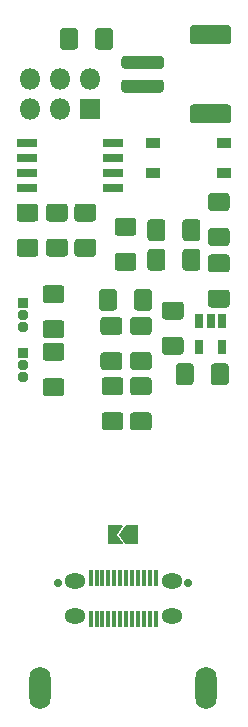
<source format=gbr>
%TF.GenerationSoftware,KiCad,Pcbnew,(5.1.6)-1*%
%TF.CreationDate,2021-10-03T16:09:20-04:00*%
%TF.ProjectId,horny_dom,686f726e-795f-4646-9f6d-2e6b69636164,rev?*%
%TF.SameCoordinates,Original*%
%TF.FileFunction,Soldermask,Top*%
%TF.FilePolarity,Negative*%
%FSLAX46Y46*%
G04 Gerber Fmt 4.6, Leading zero omitted, Abs format (unit mm)*
G04 Created by KiCad (PCBNEW (5.1.6)-1) date 2021-10-03 16:09:20*
%MOMM*%
%LPD*%
G01*
G04 APERTURE LIST*
%ADD10O,1.800000X1.800000*%
%ADD11R,1.800000X1.800000*%
%ADD12R,1.300000X0.900000*%
%ADD13R,1.800000X0.750000*%
%ADD14R,0.750000X1.160000*%
%ADD15O,1.800000X3.600000*%
%ADD16C,0.100000*%
%ADD17O,0.950000X0.950000*%
%ADD18R,0.950000X0.950000*%
%ADD19C,0.700000*%
%ADD20O,1.800000X1.300000*%
%ADD21R,0.370000X1.400000*%
G04 APERTURE END LIST*
D10*
%TO.C,Batt*%
X141820000Y-77460000D03*
X141820000Y-80000000D03*
X144360000Y-77460000D03*
X144360000Y-80000000D03*
X146900000Y-77460000D03*
D11*
X146900000Y-80000000D03*
%TD*%
D12*
%TO.C,U3*%
X158200000Y-85470000D03*
X152200000Y-85470000D03*
X152200000Y-82930000D03*
X158200000Y-82930000D03*
%TD*%
D13*
%TO.C,Tiny85*%
X141550000Y-86705000D03*
X141550000Y-85435000D03*
X141550000Y-84165000D03*
X141550000Y-82895000D03*
X148850000Y-82895000D03*
X148850000Y-84165000D03*
X148850000Y-85435000D03*
X148850000Y-86705000D03*
%TD*%
D14*
%TO.C,U1*%
X158050000Y-100200000D03*
X156150000Y-100200000D03*
X156150000Y-98000000D03*
X157100000Y-98000000D03*
X158050000Y-98000000D03*
%TD*%
D15*
%TO.C,SW1*%
X142700000Y-129100000D03*
X156700000Y-129100000D03*
%TD*%
%TO.C,R8*%
G36*
G01*
X149175000Y-95542544D02*
X149175000Y-96857456D01*
G75*
G02*
X148907456Y-97125000I-267544J0D01*
G01*
X147917544Y-97125000D01*
G75*
G02*
X147650000Y-96857456I0J267544D01*
G01*
X147650000Y-95542544D01*
G75*
G02*
X147917544Y-95275000I267544J0D01*
G01*
X148907456Y-95275000D01*
G75*
G02*
X149175000Y-95542544I0J-267544D01*
G01*
G37*
G36*
G01*
X152150000Y-95542544D02*
X152150000Y-96857456D01*
G75*
G02*
X151882456Y-97125000I-267544J0D01*
G01*
X150892544Y-97125000D01*
G75*
G02*
X150625000Y-96857456I0J267544D01*
G01*
X150625000Y-95542544D01*
G75*
G02*
X150892544Y-95275000I267544J0D01*
G01*
X151882456Y-95275000D01*
G75*
G02*
X152150000Y-95542544I0J-267544D01*
G01*
G37*
%TD*%
%TO.C,R7*%
G36*
G01*
X148042544Y-100625000D02*
X149357456Y-100625000D01*
G75*
G02*
X149625000Y-100892544I0J-267544D01*
G01*
X149625000Y-101882456D01*
G75*
G02*
X149357456Y-102150000I-267544J0D01*
G01*
X148042544Y-102150000D01*
G75*
G02*
X147775000Y-101882456I0J267544D01*
G01*
X147775000Y-100892544D01*
G75*
G02*
X148042544Y-100625000I267544J0D01*
G01*
G37*
G36*
G01*
X148042544Y-97650000D02*
X149357456Y-97650000D01*
G75*
G02*
X149625000Y-97917544I0J-267544D01*
G01*
X149625000Y-98907456D01*
G75*
G02*
X149357456Y-99175000I-267544J0D01*
G01*
X148042544Y-99175000D01*
G75*
G02*
X147775000Y-98907456I0J267544D01*
G01*
X147775000Y-97917544D01*
G75*
G02*
X148042544Y-97650000I267544J0D01*
G01*
G37*
%TD*%
%TO.C,R6*%
G36*
G01*
X150542544Y-100625000D02*
X151857456Y-100625000D01*
G75*
G02*
X152125000Y-100892544I0J-267544D01*
G01*
X152125000Y-101882456D01*
G75*
G02*
X151857456Y-102150000I-267544J0D01*
G01*
X150542544Y-102150000D01*
G75*
G02*
X150275000Y-101882456I0J267544D01*
G01*
X150275000Y-100892544D01*
G75*
G02*
X150542544Y-100625000I267544J0D01*
G01*
G37*
G36*
G01*
X150542544Y-97650000D02*
X151857456Y-97650000D01*
G75*
G02*
X152125000Y-97917544I0J-267544D01*
G01*
X152125000Y-98907456D01*
G75*
G02*
X151857456Y-99175000I-267544J0D01*
G01*
X150542544Y-99175000D01*
G75*
G02*
X150275000Y-98907456I0J267544D01*
G01*
X150275000Y-97917544D01*
G75*
G02*
X150542544Y-97650000I267544J0D01*
G01*
G37*
%TD*%
%TO.C,R5*%
G36*
G01*
X144757456Y-89575000D02*
X143442544Y-89575000D01*
G75*
G02*
X143175000Y-89307456I0J267544D01*
G01*
X143175000Y-88317544D01*
G75*
G02*
X143442544Y-88050000I267544J0D01*
G01*
X144757456Y-88050000D01*
G75*
G02*
X145025000Y-88317544I0J-267544D01*
G01*
X145025000Y-89307456D01*
G75*
G02*
X144757456Y-89575000I-267544J0D01*
G01*
G37*
G36*
G01*
X144757456Y-92550000D02*
X143442544Y-92550000D01*
G75*
G02*
X143175000Y-92282456I0J267544D01*
G01*
X143175000Y-91292544D01*
G75*
G02*
X143442544Y-91025000I267544J0D01*
G01*
X144757456Y-91025000D01*
G75*
G02*
X145025000Y-91292544I0J-267544D01*
G01*
X145025000Y-92282456D01*
G75*
G02*
X144757456Y-92550000I-267544J0D01*
G01*
G37*
%TD*%
%TO.C,R4*%
G36*
G01*
X140942544Y-91025000D02*
X142257456Y-91025000D01*
G75*
G02*
X142525000Y-91292544I0J-267544D01*
G01*
X142525000Y-92282456D01*
G75*
G02*
X142257456Y-92550000I-267544J0D01*
G01*
X140942544Y-92550000D01*
G75*
G02*
X140675000Y-92282456I0J267544D01*
G01*
X140675000Y-91292544D01*
G75*
G02*
X140942544Y-91025000I267544J0D01*
G01*
G37*
G36*
G01*
X140942544Y-88050000D02*
X142257456Y-88050000D01*
G75*
G02*
X142525000Y-88317544I0J-267544D01*
G01*
X142525000Y-89307456D01*
G75*
G02*
X142257456Y-89575000I-267544J0D01*
G01*
X140942544Y-89575000D01*
G75*
G02*
X140675000Y-89307456I0J267544D01*
G01*
X140675000Y-88317544D01*
G75*
G02*
X140942544Y-88050000I267544J0D01*
G01*
G37*
%TD*%
%TO.C,R3*%
G36*
G01*
X153275000Y-92142544D02*
X153275000Y-93457456D01*
G75*
G02*
X153007456Y-93725000I-267544J0D01*
G01*
X152017544Y-93725000D01*
G75*
G02*
X151750000Y-93457456I0J267544D01*
G01*
X151750000Y-92142544D01*
G75*
G02*
X152017544Y-91875000I267544J0D01*
G01*
X153007456Y-91875000D01*
G75*
G02*
X153275000Y-92142544I0J-267544D01*
G01*
G37*
G36*
G01*
X156250000Y-92142544D02*
X156250000Y-93457456D01*
G75*
G02*
X155982456Y-93725000I-267544J0D01*
G01*
X154992544Y-93725000D01*
G75*
G02*
X154725000Y-93457456I0J267544D01*
G01*
X154725000Y-92142544D01*
G75*
G02*
X154992544Y-91875000I267544J0D01*
G01*
X155982456Y-91875000D01*
G75*
G02*
X156250000Y-92142544I0J-267544D01*
G01*
G37*
%TD*%
%TO.C,R2*%
G36*
G01*
X154725000Y-90957456D02*
X154725000Y-89642544D01*
G75*
G02*
X154992544Y-89375000I267544J0D01*
G01*
X155982456Y-89375000D01*
G75*
G02*
X156250000Y-89642544I0J-267544D01*
G01*
X156250000Y-90957456D01*
G75*
G02*
X155982456Y-91225000I-267544J0D01*
G01*
X154992544Y-91225000D01*
G75*
G02*
X154725000Y-90957456I0J267544D01*
G01*
G37*
G36*
G01*
X151750000Y-90957456D02*
X151750000Y-89642544D01*
G75*
G02*
X152017544Y-89375000I267544J0D01*
G01*
X153007456Y-89375000D01*
G75*
G02*
X153275000Y-89642544I0J-267544D01*
G01*
X153275000Y-90957456D01*
G75*
G02*
X153007456Y-91225000I-267544J0D01*
G01*
X152017544Y-91225000D01*
G75*
G02*
X151750000Y-90957456I0J267544D01*
G01*
G37*
%TD*%
%TO.C,R1*%
G36*
G01*
X157125000Y-103157456D02*
X157125000Y-101842544D01*
G75*
G02*
X157392544Y-101575000I267544J0D01*
G01*
X158382456Y-101575000D01*
G75*
G02*
X158650000Y-101842544I0J-267544D01*
G01*
X158650000Y-103157456D01*
G75*
G02*
X158382456Y-103425000I-267544J0D01*
G01*
X157392544Y-103425000D01*
G75*
G02*
X157125000Y-103157456I0J267544D01*
G01*
G37*
G36*
G01*
X154150000Y-103157456D02*
X154150000Y-101842544D01*
G75*
G02*
X154417544Y-101575000I267544J0D01*
G01*
X155407456Y-101575000D01*
G75*
G02*
X155675000Y-101842544I0J-267544D01*
G01*
X155675000Y-103157456D01*
G75*
G02*
X155407456Y-103425000I-267544J0D01*
G01*
X154417544Y-103425000D01*
G75*
G02*
X154150000Y-103157456I0J267544D01*
G01*
G37*
%TD*%
D16*
%TO.C,JP1*%
G36*
X149915245Y-116899039D02*
G01*
X149905866Y-116896194D01*
X149897221Y-116891573D01*
X149889645Y-116885355D01*
X149883397Y-116877735D01*
X149383397Y-116127735D01*
X149378786Y-116119086D01*
X149375951Y-116109703D01*
X149375000Y-116099948D01*
X149375971Y-116090194D01*
X149378826Y-116080818D01*
X149383397Y-116072265D01*
X149883397Y-115322265D01*
X149889608Y-115314682D01*
X149897178Y-115308456D01*
X149905818Y-115303826D01*
X149915194Y-115300971D01*
X149925000Y-115300000D01*
X150925000Y-115300000D01*
X150934755Y-115300961D01*
X150944134Y-115303806D01*
X150952779Y-115308427D01*
X150960355Y-115314645D01*
X150966573Y-115322221D01*
X150971194Y-115330866D01*
X150974039Y-115340245D01*
X150975000Y-115350000D01*
X150975000Y-116850000D01*
X150974039Y-116859755D01*
X150971194Y-116869134D01*
X150966573Y-116877779D01*
X150960355Y-116885355D01*
X150952779Y-116891573D01*
X150944134Y-116896194D01*
X150934755Y-116899039D01*
X150925000Y-116900000D01*
X149925000Y-116900000D01*
X149915245Y-116899039D01*
G37*
G36*
X148465245Y-116899039D02*
G01*
X148455866Y-116896194D01*
X148447221Y-116891573D01*
X148439645Y-116885355D01*
X148433427Y-116877779D01*
X148428806Y-116869134D01*
X148425961Y-116859755D01*
X148425000Y-116850000D01*
X148425000Y-115350000D01*
X148425961Y-115340245D01*
X148428806Y-115330866D01*
X148433427Y-115322221D01*
X148439645Y-115314645D01*
X148447221Y-115308427D01*
X148455866Y-115303806D01*
X148465245Y-115300961D01*
X148475000Y-115300000D01*
X149625000Y-115300000D01*
X149634755Y-115300961D01*
X149644134Y-115303806D01*
X149652779Y-115308427D01*
X149660355Y-115314645D01*
X149666573Y-115322221D01*
X149671194Y-115330866D01*
X149674039Y-115340245D01*
X149675000Y-115350000D01*
X149674039Y-115359755D01*
X149671194Y-115369134D01*
X149666603Y-115377735D01*
X149185093Y-116100000D01*
X149666603Y-116822265D01*
X149671214Y-116830914D01*
X149674049Y-116840297D01*
X149675000Y-116850052D01*
X149674029Y-116859806D01*
X149671174Y-116869182D01*
X149666544Y-116877822D01*
X149660318Y-116885392D01*
X149652735Y-116891603D01*
X149644086Y-116896214D01*
X149634703Y-116899049D01*
X149625000Y-116900000D01*
X148475000Y-116900000D01*
X148465245Y-116899039D01*
G37*
%TD*%
D17*
%TO.C,LED*%
X141200000Y-102700000D03*
X141200000Y-101700000D03*
D18*
X141200000Y-100700000D03*
%TD*%
D17*
%TO.C,LED*%
X141200000Y-98500000D03*
X141200000Y-97500000D03*
D18*
X141200000Y-96500000D03*
%TD*%
D19*
%TO.C,J1*%
X155200000Y-120200000D03*
D20*
X153800000Y-122970000D03*
X153800000Y-120030000D03*
X145600000Y-122970000D03*
D21*
X146950000Y-123250000D03*
X147450000Y-123250000D03*
X147950000Y-123250000D03*
X148450000Y-123250000D03*
X148950000Y-123250000D03*
X149450000Y-123250000D03*
X149950000Y-123250000D03*
X150450000Y-123250000D03*
X150950000Y-123250000D03*
X151450000Y-123250000D03*
X151950000Y-123250000D03*
D19*
X144200000Y-120200000D03*
D21*
X152450000Y-123250000D03*
X151950000Y-119750000D03*
X150450000Y-119750000D03*
X150950000Y-119750000D03*
X151450000Y-119750000D03*
X152450000Y-119750000D03*
X149950000Y-119750000D03*
X149450000Y-119750000D03*
X148950000Y-119750000D03*
X148450000Y-119750000D03*
X147950000Y-119750000D03*
X147450000Y-119750000D03*
X146950000Y-119750000D03*
D20*
X145600000Y-120030000D03*
%TD*%
%TO.C,D5*%
G36*
G01*
X149242544Y-92225000D02*
X150557456Y-92225000D01*
G75*
G02*
X150825000Y-92492544I0J-267544D01*
G01*
X150825000Y-93482456D01*
G75*
G02*
X150557456Y-93750000I-267544J0D01*
G01*
X149242544Y-93750000D01*
G75*
G02*
X148975000Y-93482456I0J267544D01*
G01*
X148975000Y-92492544D01*
G75*
G02*
X149242544Y-92225000I267544J0D01*
G01*
G37*
G36*
G01*
X149242544Y-89250000D02*
X150557456Y-89250000D01*
G75*
G02*
X150825000Y-89517544I0J-267544D01*
G01*
X150825000Y-90507456D01*
G75*
G02*
X150557456Y-90775000I-267544J0D01*
G01*
X149242544Y-90775000D01*
G75*
G02*
X148975000Y-90507456I0J267544D01*
G01*
X148975000Y-89517544D01*
G75*
G02*
X149242544Y-89250000I267544J0D01*
G01*
G37*
%TD*%
%TO.C,D4*%
G36*
G01*
X148142544Y-105725000D02*
X149457456Y-105725000D01*
G75*
G02*
X149725000Y-105992544I0J-267544D01*
G01*
X149725000Y-106982456D01*
G75*
G02*
X149457456Y-107250000I-267544J0D01*
G01*
X148142544Y-107250000D01*
G75*
G02*
X147875000Y-106982456I0J267544D01*
G01*
X147875000Y-105992544D01*
G75*
G02*
X148142544Y-105725000I267544J0D01*
G01*
G37*
G36*
G01*
X148142544Y-102750000D02*
X149457456Y-102750000D01*
G75*
G02*
X149725000Y-103017544I0J-267544D01*
G01*
X149725000Y-104007456D01*
G75*
G02*
X149457456Y-104275000I-267544J0D01*
G01*
X148142544Y-104275000D01*
G75*
G02*
X147875000Y-104007456I0J267544D01*
G01*
X147875000Y-103017544D01*
G75*
G02*
X148142544Y-102750000I267544J0D01*
G01*
G37*
%TD*%
%TO.C,D3*%
G36*
G01*
X150542544Y-105725000D02*
X151857456Y-105725000D01*
G75*
G02*
X152125000Y-105992544I0J-267544D01*
G01*
X152125000Y-106982456D01*
G75*
G02*
X151857456Y-107250000I-267544J0D01*
G01*
X150542544Y-107250000D01*
G75*
G02*
X150275000Y-106982456I0J267544D01*
G01*
X150275000Y-105992544D01*
G75*
G02*
X150542544Y-105725000I267544J0D01*
G01*
G37*
G36*
G01*
X150542544Y-102750000D02*
X151857456Y-102750000D01*
G75*
G02*
X152125000Y-103017544I0J-267544D01*
G01*
X152125000Y-104007456D01*
G75*
G02*
X151857456Y-104275000I-267544J0D01*
G01*
X150542544Y-104275000D01*
G75*
G02*
X150275000Y-104007456I0J267544D01*
G01*
X150275000Y-103017544D01*
G75*
G02*
X150542544Y-102750000I267544J0D01*
G01*
G37*
%TD*%
%TO.C,D2*%
G36*
G01*
X157142544Y-95325000D02*
X158457456Y-95325000D01*
G75*
G02*
X158725000Y-95592544I0J-267544D01*
G01*
X158725000Y-96582456D01*
G75*
G02*
X158457456Y-96850000I-267544J0D01*
G01*
X157142544Y-96850000D01*
G75*
G02*
X156875000Y-96582456I0J267544D01*
G01*
X156875000Y-95592544D01*
G75*
G02*
X157142544Y-95325000I267544J0D01*
G01*
G37*
G36*
G01*
X157142544Y-92350000D02*
X158457456Y-92350000D01*
G75*
G02*
X158725000Y-92617544I0J-267544D01*
G01*
X158725000Y-93607456D01*
G75*
G02*
X158457456Y-93875000I-267544J0D01*
G01*
X157142544Y-93875000D01*
G75*
G02*
X156875000Y-93607456I0J267544D01*
G01*
X156875000Y-92617544D01*
G75*
G02*
X157142544Y-92350000I267544J0D01*
G01*
G37*
%TD*%
%TO.C,D1*%
G36*
G01*
X157142544Y-90125000D02*
X158457456Y-90125000D01*
G75*
G02*
X158725000Y-90392544I0J-267544D01*
G01*
X158725000Y-91382456D01*
G75*
G02*
X158457456Y-91650000I-267544J0D01*
G01*
X157142544Y-91650000D01*
G75*
G02*
X156875000Y-91382456I0J267544D01*
G01*
X156875000Y-90392544D01*
G75*
G02*
X157142544Y-90125000I267544J0D01*
G01*
G37*
G36*
G01*
X157142544Y-87150000D02*
X158457456Y-87150000D01*
G75*
G02*
X158725000Y-87417544I0J-267544D01*
G01*
X158725000Y-88407456D01*
G75*
G02*
X158457456Y-88675000I-267544J0D01*
G01*
X157142544Y-88675000D01*
G75*
G02*
X156875000Y-88407456I0J267544D01*
G01*
X156875000Y-87417544D01*
G75*
G02*
X157142544Y-87150000I267544J0D01*
G01*
G37*
%TD*%
%TO.C,C5*%
G36*
G01*
X143142544Y-102825000D02*
X144457456Y-102825000D01*
G75*
G02*
X144725000Y-103092544I0J-267544D01*
G01*
X144725000Y-104082456D01*
G75*
G02*
X144457456Y-104350000I-267544J0D01*
G01*
X143142544Y-104350000D01*
G75*
G02*
X142875000Y-104082456I0J267544D01*
G01*
X142875000Y-103092544D01*
G75*
G02*
X143142544Y-102825000I267544J0D01*
G01*
G37*
G36*
G01*
X143142544Y-99850000D02*
X144457456Y-99850000D01*
G75*
G02*
X144725000Y-100117544I0J-267544D01*
G01*
X144725000Y-101107456D01*
G75*
G02*
X144457456Y-101375000I-267544J0D01*
G01*
X143142544Y-101375000D01*
G75*
G02*
X142875000Y-101107456I0J267544D01*
G01*
X142875000Y-100117544D01*
G75*
G02*
X143142544Y-99850000I267544J0D01*
G01*
G37*
%TD*%
%TO.C,C4*%
G36*
G01*
X143142544Y-97925000D02*
X144457456Y-97925000D01*
G75*
G02*
X144725000Y-98192544I0J-267544D01*
G01*
X144725000Y-99182456D01*
G75*
G02*
X144457456Y-99450000I-267544J0D01*
G01*
X143142544Y-99450000D01*
G75*
G02*
X142875000Y-99182456I0J267544D01*
G01*
X142875000Y-98192544D01*
G75*
G02*
X143142544Y-97925000I267544J0D01*
G01*
G37*
G36*
G01*
X143142544Y-94950000D02*
X144457456Y-94950000D01*
G75*
G02*
X144725000Y-95217544I0J-267544D01*
G01*
X144725000Y-96207456D01*
G75*
G02*
X144457456Y-96475000I-267544J0D01*
G01*
X143142544Y-96475000D01*
G75*
G02*
X142875000Y-96207456I0J267544D01*
G01*
X142875000Y-95217544D01*
G75*
G02*
X143142544Y-94950000I267544J0D01*
G01*
G37*
%TD*%
%TO.C,C3*%
G36*
G01*
X147157456Y-89575000D02*
X145842544Y-89575000D01*
G75*
G02*
X145575000Y-89307456I0J267544D01*
G01*
X145575000Y-88317544D01*
G75*
G02*
X145842544Y-88050000I267544J0D01*
G01*
X147157456Y-88050000D01*
G75*
G02*
X147425000Y-88317544I0J-267544D01*
G01*
X147425000Y-89307456D01*
G75*
G02*
X147157456Y-89575000I-267544J0D01*
G01*
G37*
G36*
G01*
X147157456Y-92550000D02*
X145842544Y-92550000D01*
G75*
G02*
X145575000Y-92282456I0J267544D01*
G01*
X145575000Y-91292544D01*
G75*
G02*
X145842544Y-91025000I267544J0D01*
G01*
X147157456Y-91025000D01*
G75*
G02*
X147425000Y-91292544I0J-267544D01*
G01*
X147425000Y-92282456D01*
G75*
G02*
X147157456Y-92550000I-267544J0D01*
G01*
G37*
%TD*%
%TO.C,C2*%
G36*
G01*
X153242544Y-99325000D02*
X154557456Y-99325000D01*
G75*
G02*
X154825000Y-99592544I0J-267544D01*
G01*
X154825000Y-100582456D01*
G75*
G02*
X154557456Y-100850000I-267544J0D01*
G01*
X153242544Y-100850000D01*
G75*
G02*
X152975000Y-100582456I0J267544D01*
G01*
X152975000Y-99592544D01*
G75*
G02*
X153242544Y-99325000I267544J0D01*
G01*
G37*
G36*
G01*
X153242544Y-96350000D02*
X154557456Y-96350000D01*
G75*
G02*
X154825000Y-96617544I0J-267544D01*
G01*
X154825000Y-97607456D01*
G75*
G02*
X154557456Y-97875000I-267544J0D01*
G01*
X153242544Y-97875000D01*
G75*
G02*
X152975000Y-97607456I0J267544D01*
G01*
X152975000Y-96617544D01*
G75*
G02*
X153242544Y-96350000I267544J0D01*
G01*
G37*
%TD*%
%TO.C,C1*%
G36*
G01*
X145875000Y-73442544D02*
X145875000Y-74757456D01*
G75*
G02*
X145607456Y-75025000I-267544J0D01*
G01*
X144617544Y-75025000D01*
G75*
G02*
X144350000Y-74757456I0J267544D01*
G01*
X144350000Y-73442544D01*
G75*
G02*
X144617544Y-73175000I267544J0D01*
G01*
X145607456Y-73175000D01*
G75*
G02*
X145875000Y-73442544I0J-267544D01*
G01*
G37*
G36*
G01*
X148850000Y-73442544D02*
X148850000Y-74757456D01*
G75*
G02*
X148582456Y-75025000I-267544J0D01*
G01*
X147592544Y-75025000D01*
G75*
G02*
X147325000Y-74757456I0J267544D01*
G01*
X147325000Y-73442544D01*
G75*
G02*
X147592544Y-73175000I267544J0D01*
G01*
X148582456Y-73175000D01*
G75*
G02*
X148850000Y-73442544I0J-267544D01*
G01*
G37*
%TD*%
%TO.C,BT1*%
G36*
G01*
X158583333Y-74550000D02*
X155616667Y-74550000D01*
G75*
G02*
X155350000Y-74283333I0J266667D01*
G01*
X155350000Y-73216667D01*
G75*
G02*
X155616667Y-72950000I266667J0D01*
G01*
X158583333Y-72950000D01*
G75*
G02*
X158850000Y-73216667I0J-266667D01*
G01*
X158850000Y-74283333D01*
G75*
G02*
X158583333Y-74550000I-266667J0D01*
G01*
G37*
G36*
G01*
X158583333Y-81250000D02*
X155616667Y-81250000D01*
G75*
G02*
X155350000Y-80983333I0J266667D01*
G01*
X155350000Y-79916667D01*
G75*
G02*
X155616667Y-79650000I266667J0D01*
G01*
X158583333Y-79650000D01*
G75*
G02*
X158850000Y-79916667I0J-266667D01*
G01*
X158850000Y-80983333D01*
G75*
G02*
X158583333Y-81250000I-266667J0D01*
G01*
G37*
G36*
G01*
X152875000Y-76650000D02*
X149825000Y-76650000D01*
G75*
G02*
X149550000Y-76375000I0J275000D01*
G01*
X149550000Y-75825000D01*
G75*
G02*
X149825000Y-75550000I275000J0D01*
G01*
X152875000Y-75550000D01*
G75*
G02*
X153150000Y-75825000I0J-275000D01*
G01*
X153150000Y-76375000D01*
G75*
G02*
X152875000Y-76650000I-275000J0D01*
G01*
G37*
G36*
G01*
X152875000Y-78650000D02*
X149825000Y-78650000D01*
G75*
G02*
X149550000Y-78375000I0J275000D01*
G01*
X149550000Y-77825000D01*
G75*
G02*
X149825000Y-77550000I275000J0D01*
G01*
X152875000Y-77550000D01*
G75*
G02*
X153150000Y-77825000I0J-275000D01*
G01*
X153150000Y-78375000D01*
G75*
G02*
X152875000Y-78650000I-275000J0D01*
G01*
G37*
%TD*%
M02*

</source>
